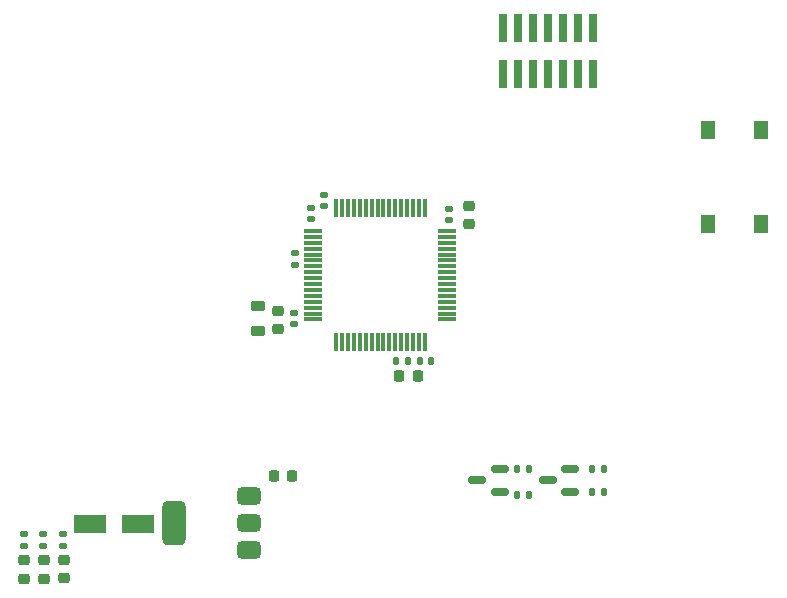
<source format=gbr>
%TF.GenerationSoftware,KiCad,Pcbnew,9.0.0*%
%TF.CreationDate,2025-03-22T22:53:28+01:00*%
%TF.ProjectId,PCB_Aquarium2,5043425f-4171-4756-9172-69756d322e6b,rev?*%
%TF.SameCoordinates,Original*%
%TF.FileFunction,Paste,Top*%
%TF.FilePolarity,Positive*%
%FSLAX46Y46*%
G04 Gerber Fmt 4.6, Leading zero omitted, Abs format (unit mm)*
G04 Created by KiCad (PCBNEW 9.0.0) date 2025-03-22 22:53:28*
%MOMM*%
%LPD*%
G01*
G04 APERTURE LIST*
G04 Aperture macros list*
%AMRoundRect*
0 Rectangle with rounded corners*
0 $1 Rounding radius*
0 $2 $3 $4 $5 $6 $7 $8 $9 X,Y pos of 4 corners*
0 Add a 4 corners polygon primitive as box body*
4,1,4,$2,$3,$4,$5,$6,$7,$8,$9,$2,$3,0*
0 Add four circle primitives for the rounded corners*
1,1,$1+$1,$2,$3*
1,1,$1+$1,$4,$5*
1,1,$1+$1,$6,$7*
1,1,$1+$1,$8,$9*
0 Add four rect primitives between the rounded corners*
20,1,$1+$1,$2,$3,$4,$5,0*
20,1,$1+$1,$4,$5,$6,$7,0*
20,1,$1+$1,$6,$7,$8,$9,0*
20,1,$1+$1,$8,$9,$2,$3,0*%
G04 Aperture macros list end*
%ADD10RoundRect,0.225000X0.250000X-0.225000X0.250000X0.225000X-0.250000X0.225000X-0.250000X-0.225000X0*%
%ADD11RoundRect,0.375000X0.625000X0.375000X-0.625000X0.375000X-0.625000X-0.375000X0.625000X-0.375000X0*%
%ADD12RoundRect,0.500000X0.500000X1.400000X-0.500000X1.400000X-0.500000X-1.400000X0.500000X-1.400000X0*%
%ADD13RoundRect,0.225000X-0.225000X-0.250000X0.225000X-0.250000X0.225000X0.250000X-0.225000X0.250000X0*%
%ADD14RoundRect,0.218750X0.256250X-0.218750X0.256250X0.218750X-0.256250X0.218750X-0.256250X-0.218750X0*%
%ADD15R,0.740000X2.400000*%
%ADD16RoundRect,0.140000X0.140000X0.170000X-0.140000X0.170000X-0.140000X-0.170000X0.140000X-0.170000X0*%
%ADD17RoundRect,0.218750X0.381250X-0.218750X0.381250X0.218750X-0.381250X0.218750X-0.381250X-0.218750X0*%
%ADD18RoundRect,0.140000X0.170000X-0.140000X0.170000X0.140000X-0.170000X0.140000X-0.170000X-0.140000X0*%
%ADD19RoundRect,0.150000X0.587500X0.150000X-0.587500X0.150000X-0.587500X-0.150000X0.587500X-0.150000X0*%
%ADD20RoundRect,0.135000X-0.185000X0.135000X-0.185000X-0.135000X0.185000X-0.135000X0.185000X0.135000X0*%
%ADD21RoundRect,0.135000X0.135000X0.185000X-0.135000X0.185000X-0.135000X-0.185000X0.135000X-0.185000X0*%
%ADD22R,1.300000X1.550000*%
%ADD23RoundRect,0.225000X0.225000X0.250000X-0.225000X0.250000X-0.225000X-0.250000X0.225000X-0.250000X0*%
%ADD24RoundRect,0.135000X-0.135000X-0.185000X0.135000X-0.185000X0.135000X0.185000X-0.135000X0.185000X0*%
%ADD25RoundRect,0.075000X-0.700000X-0.075000X0.700000X-0.075000X0.700000X0.075000X-0.700000X0.075000X0*%
%ADD26RoundRect,0.075000X-0.075000X-0.700000X0.075000X-0.700000X0.075000X0.700000X-0.075000X0.700000X0*%
%ADD27RoundRect,0.250000X1.137500X0.550000X-1.137500X0.550000X-1.137500X-0.550000X1.137500X-0.550000X0*%
%ADD28RoundRect,0.225000X-0.250000X0.225000X-0.250000X-0.225000X0.250000X-0.225000X0.250000X0.225000X0*%
%ADD29RoundRect,0.140000X-0.170000X0.140000X-0.170000X-0.140000X0.170000X-0.140000X0.170000X0.140000X0*%
G04 APERTURE END LIST*
D10*
%TO.C,C1*%
X158380000Y-94390000D03*
X158380000Y-92840000D03*
%TD*%
D11*
%TO.C,U3*%
X139700000Y-122000000D03*
X139700000Y-119700000D03*
D12*
X133400000Y-119700000D03*
D11*
X139700000Y-117400000D03*
%TD*%
D13*
%TO.C,C38*%
X141800000Y-115700000D03*
X143350000Y-115700000D03*
%TD*%
D14*
%TO.C,D2*%
X122350000Y-124387500D03*
X122350000Y-122812500D03*
%TD*%
D15*
%TO.C,J35*%
X168860000Y-77800000D03*
X168860000Y-81700000D03*
X167590000Y-77800000D03*
X167590000Y-81700000D03*
X166320000Y-77800000D03*
X166320000Y-81700000D03*
X165050000Y-77800000D03*
X165050000Y-81700000D03*
X163780000Y-77800000D03*
X163780000Y-81700000D03*
X162510000Y-77800000D03*
X162510000Y-81700000D03*
X161240000Y-77800000D03*
X161240000Y-81700000D03*
%TD*%
D16*
%TO.C,C4*%
X155120000Y-105930000D03*
X154160000Y-105930000D03*
%TD*%
D17*
%TO.C,L1*%
X140460000Y-103430000D03*
X140460000Y-101305000D03*
%TD*%
D18*
%TO.C,C8*%
X146110000Y-92880000D03*
X146110000Y-91920000D03*
%TD*%
D19*
%TO.C,Q2*%
X166900000Y-117020000D03*
X166900000Y-115120000D03*
X165025000Y-116070000D03*
%TD*%
D16*
%TO.C,C6*%
X153150000Y-105930000D03*
X152190000Y-105930000D03*
%TD*%
D19*
%TO.C,Q1*%
X160940000Y-117020000D03*
X160940000Y-115120000D03*
X159065000Y-116070000D03*
%TD*%
D20*
%TO.C,R5*%
X120700000Y-120592500D03*
X120700000Y-121612500D03*
%TD*%
%TO.C,R6*%
X122310000Y-120592500D03*
X122310000Y-121612500D03*
%TD*%
D21*
%TO.C,R4*%
X169770000Y-117080000D03*
X168750000Y-117080000D03*
%TD*%
D14*
%TO.C,D1*%
X120700000Y-124387500D03*
X120700000Y-122812500D03*
%TD*%
D22*
%TO.C,SW1*%
X183040000Y-86405000D03*
X183040000Y-94355000D03*
X178540000Y-86405000D03*
X178540000Y-94355000D03*
%TD*%
D23*
%TO.C,C10*%
X154005000Y-107240000D03*
X152455000Y-107240000D03*
%TD*%
D24*
%TO.C,R1*%
X162440000Y-115070000D03*
X163460000Y-115070000D03*
%TD*%
D18*
%TO.C,C9*%
X143540000Y-102850000D03*
X143540000Y-101890000D03*
%TD*%
D25*
%TO.C,U1*%
X145175000Y-94950000D03*
X145175000Y-95450000D03*
X145175000Y-95950000D03*
X145175000Y-96450000D03*
X145175000Y-96950000D03*
X145175000Y-97450000D03*
X145175000Y-97950000D03*
X145175000Y-98450000D03*
X145175000Y-98950000D03*
X145175000Y-99450000D03*
X145175000Y-99950000D03*
X145175000Y-100450000D03*
X145175000Y-100950000D03*
X145175000Y-101450000D03*
X145175000Y-101950000D03*
X145175000Y-102450000D03*
D26*
X147100000Y-104375000D03*
X147600000Y-104375000D03*
X148100000Y-104375000D03*
X148600000Y-104375000D03*
X149100000Y-104375000D03*
X149600000Y-104375000D03*
X150100000Y-104375000D03*
X150600000Y-104375000D03*
X151100000Y-104375000D03*
X151600000Y-104375000D03*
X152100000Y-104375000D03*
X152600000Y-104375000D03*
X153100000Y-104375000D03*
X153600000Y-104375000D03*
X154100000Y-104375000D03*
X154600000Y-104375000D03*
D25*
X156525000Y-102450000D03*
X156525000Y-101950000D03*
X156525000Y-101450000D03*
X156525000Y-100950000D03*
X156525000Y-100450000D03*
X156525000Y-99950000D03*
X156525000Y-99450000D03*
X156525000Y-98950000D03*
X156525000Y-98450000D03*
X156525000Y-97950000D03*
X156525000Y-97450000D03*
X156525000Y-96950000D03*
X156525000Y-96450000D03*
X156525000Y-95950000D03*
X156525000Y-95450000D03*
X156525000Y-94950000D03*
D26*
X154600000Y-93025000D03*
X154100000Y-93025000D03*
X153600000Y-93025000D03*
X153100000Y-93025000D03*
X152600000Y-93025000D03*
X152100000Y-93025000D03*
X151600000Y-93025000D03*
X151100000Y-93025000D03*
X150600000Y-93025000D03*
X150100000Y-93025000D03*
X149600000Y-93025000D03*
X149100000Y-93025000D03*
X148600000Y-93025000D03*
X148100000Y-93025000D03*
X147600000Y-93025000D03*
X147100000Y-93025000D03*
%TD*%
D27*
%TO.C,C39*%
X130362500Y-119750000D03*
X126237500Y-119750000D03*
%TD*%
D21*
%TO.C,R3*%
X169770000Y-115090000D03*
X168750000Y-115090000D03*
%TD*%
D20*
%TO.C,R7*%
X124000000Y-120580000D03*
X124000000Y-121600000D03*
%TD*%
D18*
%TO.C,C3*%
X156630000Y-94050000D03*
X156630000Y-93090000D03*
%TD*%
%TO.C,C2*%
X143600000Y-97800000D03*
X143600000Y-96840000D03*
%TD*%
D28*
%TO.C,C5*%
X142180000Y-101730000D03*
X142180000Y-103280000D03*
%TD*%
D14*
%TO.C,D3*%
X124030000Y-124375000D03*
X124030000Y-122800000D03*
%TD*%
D24*
%TO.C,R2*%
X162420000Y-117290000D03*
X163440000Y-117290000D03*
%TD*%
D29*
%TO.C,C7*%
X145010000Y-92970000D03*
X145010000Y-93930000D03*
%TD*%
M02*

</source>
